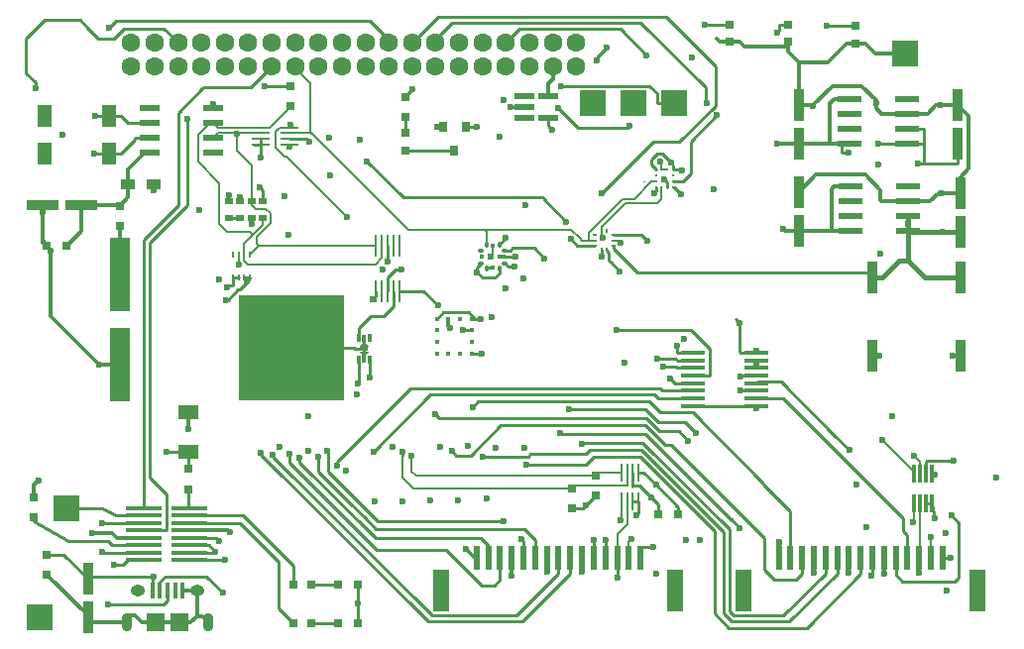
<source format=gtl>
%TF.GenerationSoftware,KiCad,Pcbnew,4.0.2-stable*%
%TF.CreationDate,2016-08-10T14:12:24+09:00*%
%TF.ProjectId,Shimonso-IoT-Type-R,5368696D6F6E736F2D496F542D547970,rev?*%
%TF.FileFunction,Copper,L1,Top,Signal*%
%FSLAX46Y46*%
G04 Gerber Fmt 4.6, Leading zero omitted, Abs format (unit mm)*
G04 Created by KiCad (PCBNEW 4.0.2-stable) date 2016年08月10日水曜日 14:12:24*
%MOMM*%
G01*
G04 APERTURE LIST*
%ADD10C,0.100000*%
%ADD11R,2.235200X2.235200*%
%ADD12R,0.797560X0.797560*%
%ADD13R,3.100000X0.304800*%
%ADD14R,1.500000X1.550000*%
%ADD15R,0.400000X1.350000*%
%ADD16O,0.890000X1.550000*%
%ADD17O,1.250000X0.950000*%
%ADD18R,0.400000X0.400000*%
%ADD19R,0.300000X0.650000*%
%ADD20R,0.300000X0.645000*%
%ADD21R,0.800000X0.410000*%
%ADD22R,0.300000X0.795000*%
%ADD23R,1.300000X1.900000*%
%ADD24R,0.720000X0.600000*%
%ADD25R,1.800000X0.560000*%
%ADD26R,0.330000X0.230000*%
%ADD27R,0.230000X0.330000*%
%ADD28O,0.550000X0.300000*%
%ADD29R,0.300000X0.450000*%
%ADD30O,0.300000X0.550000*%
%ADD31R,0.800000X0.300000*%
%ADD32R,0.450000X0.300000*%
%ADD33R,0.275000X0.250000*%
%ADD34R,0.250000X0.275000*%
%ADD35R,1.720000X0.500000*%
%ADD36R,0.340000X1.510000*%
%ADD37R,2.000000X0.300000*%
%ADD38R,2.100000X0.540000*%
%ADD39R,1.340000X3.600000*%
%ADD40R,0.610000X2.000000*%
%ADD41C,1.600000*%
%ADD42R,1.700000X1.200000*%
%ADD43R,0.800000X0.700000*%
%ADD44R,0.700000X0.800000*%
%ADD45R,0.800000X0.900000*%
%ADD46R,9.000000X9.000000*%
%ADD47R,2.700000X0.900000*%
%ADD48R,0.900000X2.700000*%
%ADD49R,1.700000X6.300000*%
%ADD50R,1.200000X0.900000*%
%ADD51R,1.510000X0.270000*%
%ADD52R,1.510000X0.260000*%
%ADD53R,0.250000X0.600000*%
%ADD54R,0.270000X1.510000*%
%ADD55R,0.260000X1.510000*%
%ADD56R,0.270000X1.900000*%
%ADD57C,0.600000*%
%ADD58C,0.200000*%
%ADD59C,0.150000*%
%ADD60C,0.250000*%
%ADD61C,0.350000*%
%ADD62C,0.400000*%
G04 APERTURE END LIST*
D10*
D11*
X106400000Y-104200000D03*
X102900000Y-104200000D03*
X99400000Y-104200000D03*
X126100000Y-99900000D03*
X52200000Y-148100000D03*
X54500000Y-138800000D03*
D12*
X75349300Y-148600000D03*
X73850700Y-148600000D03*
X75349300Y-145300000D03*
X73850700Y-145300000D03*
X121900000Y-97550700D03*
X121900000Y-99049300D03*
X116100000Y-97450700D03*
X116100000Y-98949300D03*
X111100000Y-97450700D03*
X111100000Y-98949300D03*
X83400000Y-106750700D03*
X83400000Y-108249300D03*
D13*
X61050000Y-138777500D03*
X64950000Y-138777500D03*
X64950000Y-139412500D03*
X61050000Y-139412500D03*
X61050000Y-140047500D03*
X64950000Y-140047500D03*
X64950000Y-143222500D03*
X61050000Y-143222500D03*
X61050000Y-142587500D03*
X64950000Y-142587500D03*
X64950000Y-141952500D03*
X61050000Y-141952500D03*
X61050000Y-140682500D03*
X64950000Y-140682500D03*
X64950000Y-141317500D03*
X61050000Y-141317500D03*
D14*
X64100000Y-148550000D03*
D15*
X64400000Y-145850000D03*
X63100000Y-145850000D03*
X63750000Y-145850000D03*
X62450000Y-145850000D03*
D16*
X66600000Y-148550000D03*
X59600000Y-148550000D03*
D17*
X65600000Y-145850000D03*
X60600000Y-145850000D03*
D15*
X61800000Y-145850000D03*
D14*
X62100000Y-148550000D03*
D18*
X89100000Y-123600000D03*
X89100000Y-124600000D03*
X86100000Y-123600000D03*
X86100000Y-124600000D03*
X88100000Y-122600000D03*
X87100000Y-122600000D03*
X86100000Y-122600000D03*
X89100000Y-122600000D03*
X89100000Y-125600000D03*
X86100000Y-125600000D03*
X87100000Y-125600000D03*
X88100000Y-125600000D03*
D19*
X79400000Y-126125000D03*
X80400000Y-126125000D03*
X79400000Y-124275000D03*
D10*
G36*
X80300000Y-125405000D02*
X80100000Y-125655000D01*
X79700000Y-125655000D01*
X79500000Y-125405000D01*
X80300000Y-125405000D01*
X80300000Y-125405000D01*
G37*
D20*
X79900000Y-125977500D03*
D21*
X79900000Y-125200000D03*
D22*
X79900000Y-124347500D03*
D10*
G36*
X79500000Y-124995000D02*
X79700000Y-124745000D01*
X80100000Y-124745000D01*
X80300000Y-124995000D01*
X79500000Y-124995000D01*
X79500000Y-124995000D01*
G37*
D19*
X80400000Y-124275000D03*
D23*
X52600000Y-105300000D03*
X52600000Y-108500000D03*
X58100000Y-108500000D03*
X58100000Y-105300000D03*
D24*
X69315000Y-114025000D03*
X70285000Y-114025000D03*
X71255000Y-114025000D03*
X68345000Y-114025000D03*
X68345000Y-112575000D03*
X71255000Y-112575000D03*
X70285000Y-112575000D03*
X69315000Y-112575000D03*
D25*
X61600000Y-104595000D03*
X61600000Y-105865000D03*
X61600000Y-107135000D03*
X61600000Y-108405000D03*
X67000000Y-108405000D03*
X67000000Y-107135000D03*
X67000000Y-105865000D03*
X67000000Y-104595000D03*
D26*
X99610000Y-115450000D03*
X99610000Y-115900000D03*
X99610000Y-116350000D03*
D27*
X100625000Y-115110000D03*
X100175000Y-115110000D03*
X100175000Y-116690000D03*
X100625000Y-116690000D03*
D26*
X101190000Y-116350000D03*
X101190000Y-115900000D03*
X101190000Y-115450000D03*
D28*
X91910000Y-116750000D03*
D29*
X90900000Y-118225000D03*
X90900000Y-116375000D03*
D30*
X90350000Y-118310000D03*
X91450000Y-118310000D03*
X90350000Y-116290000D03*
X91450000Y-116290000D03*
D28*
X89890000Y-116750000D03*
X89890000Y-117850000D03*
X91910000Y-117850000D03*
D31*
X91650000Y-117300000D03*
D32*
X89975000Y-117300000D03*
D33*
X104800000Y-110887500D03*
X104800000Y-110387500D03*
D34*
X104800000Y-109875000D03*
X105300000Y-109875000D03*
X105800000Y-109875000D03*
X106300000Y-109875000D03*
D33*
X106300000Y-110387500D03*
X106300000Y-110887500D03*
D34*
X106300000Y-111400000D03*
X105800000Y-111400000D03*
X105300000Y-111400000D03*
X104800000Y-111400000D03*
D35*
X95600000Y-103550000D03*
X95600000Y-105450000D03*
X93600000Y-105450000D03*
X93600000Y-104500000D03*
X93600000Y-103550000D03*
D36*
X126840000Y-138365000D03*
X127340000Y-138365000D03*
X128340000Y-138365000D03*
X127840000Y-138365000D03*
X127840000Y-135875000D03*
X128340000Y-135875000D03*
X127340000Y-135875000D03*
X126840000Y-135875000D03*
D37*
X113400000Y-128100000D03*
X108000000Y-128100000D03*
X108000000Y-128750000D03*
X113400000Y-128750000D03*
X113400000Y-130050000D03*
X108000000Y-130050000D03*
X108000000Y-129400000D03*
X113400000Y-129400000D03*
X113400000Y-126800000D03*
X108000000Y-126800000D03*
X108000000Y-127450000D03*
X113400000Y-127450000D03*
X113400000Y-126150000D03*
X108000000Y-126150000D03*
X108000000Y-125500000D03*
X113400000Y-125500000D03*
D38*
X121450000Y-115105000D03*
X121450000Y-113835000D03*
X121450000Y-111295000D03*
X121450000Y-112565000D03*
X126350000Y-112565000D03*
X126350000Y-111295000D03*
X126350000Y-113835000D03*
X126350000Y-115105000D03*
D39*
X86510000Y-145800000D03*
D40*
X89500000Y-143000000D03*
X91500000Y-143000000D03*
X90500000Y-143000000D03*
X94500000Y-143000000D03*
X95500000Y-143000000D03*
X93500000Y-143000000D03*
X92500000Y-143000000D03*
X100500000Y-143000000D03*
X101500000Y-143000000D03*
X103500000Y-143000000D03*
X102500000Y-143000000D03*
X98500000Y-143000000D03*
X99500000Y-143000000D03*
X97500000Y-143000000D03*
X96500000Y-143000000D03*
D39*
X106490000Y-145800000D03*
X112310000Y-145800000D03*
D40*
X115300000Y-143000000D03*
X117300000Y-143000000D03*
X116300000Y-143000000D03*
X120300000Y-143000000D03*
X121300000Y-143000000D03*
X119300000Y-143000000D03*
X118300000Y-143000000D03*
X126300000Y-143000000D03*
X127300000Y-143000000D03*
X129300000Y-143000000D03*
X128300000Y-143000000D03*
X124300000Y-143000000D03*
X125300000Y-143000000D03*
X123300000Y-143000000D03*
X122300000Y-143000000D03*
D39*
X132290000Y-145800000D03*
D41*
X60000000Y-101000000D03*
X60000000Y-99000000D03*
X62000000Y-101000000D03*
X62000000Y-99000000D03*
X64000000Y-101000000D03*
X64000000Y-99000000D03*
X66000000Y-101000000D03*
X66000000Y-99000000D03*
X68000000Y-101000000D03*
X68000000Y-99000000D03*
X70000000Y-101000000D03*
X70000000Y-99000000D03*
X72000000Y-101000000D03*
X72000000Y-99000000D03*
X74000000Y-101000000D03*
X74000000Y-99000000D03*
X76000000Y-101000000D03*
X76000000Y-99000000D03*
X78000000Y-101000000D03*
X78000000Y-99000000D03*
X80000000Y-101000000D03*
X80000000Y-99000000D03*
X82000000Y-101000000D03*
X82000000Y-99000000D03*
X84000000Y-101000000D03*
X84000000Y-99000000D03*
X86000000Y-101000000D03*
X86000000Y-99000000D03*
X88000000Y-101000000D03*
X88000000Y-99000000D03*
X90000000Y-101000000D03*
X90000000Y-99000000D03*
X92000000Y-101000000D03*
X92000000Y-99000000D03*
X94000000Y-101000000D03*
X94000000Y-99000000D03*
X96000000Y-101000000D03*
X96000000Y-99000000D03*
X98000000Y-101000000D03*
X98000000Y-99000000D03*
D38*
X121350000Y-107605000D03*
X121350000Y-106335000D03*
X121350000Y-103795000D03*
X121350000Y-105065000D03*
X126250000Y-105065000D03*
X126250000Y-103795000D03*
X126250000Y-106335000D03*
X126250000Y-107605000D03*
D42*
X64900000Y-130600000D03*
X64900000Y-134000000D03*
D43*
X59000000Y-114650000D03*
X59000000Y-112950000D03*
X73600000Y-102750000D03*
X73600000Y-104450000D03*
D44*
X79350000Y-148600000D03*
X77650000Y-148600000D03*
X79350000Y-145300000D03*
X77650000Y-145300000D03*
D43*
X99670000Y-137710000D03*
X99670000Y-136010000D03*
X97620000Y-138820000D03*
X97620000Y-137120000D03*
X83400000Y-103650000D03*
X83400000Y-105350000D03*
D45*
X86650000Y-106200000D03*
X88550000Y-106200000D03*
X87600000Y-108200000D03*
D46*
X73700000Y-125100000D03*
D47*
X55750000Y-112900000D03*
X52450000Y-112900000D03*
D48*
X130800000Y-119068800D03*
X130800000Y-125721600D03*
X123300000Y-119068800D03*
X123300000Y-125721600D03*
X130800000Y-115150000D03*
X130800000Y-111850000D03*
X130600000Y-107650000D03*
X130600000Y-104350000D03*
X117000000Y-107650000D03*
X117000000Y-104350000D03*
X117000000Y-115050000D03*
X117000000Y-111750000D03*
X56300000Y-144850000D03*
X56300000Y-148150000D03*
D44*
X54450000Y-116400000D03*
X52750000Y-116400000D03*
X105000000Y-139310000D03*
X106700000Y-139310000D03*
D43*
X52800000Y-142750000D03*
X52800000Y-144450000D03*
D49*
X59000000Y-126550000D03*
X59000000Y-118850000D03*
D43*
X51700000Y-137850000D03*
X51700000Y-139550000D03*
X64900000Y-135450000D03*
X64900000Y-137150000D03*
D50*
X59725000Y-111100000D03*
X61875000Y-111100000D03*
D51*
X71055000Y-106250000D03*
X71055000Y-106750000D03*
X71055000Y-107750000D03*
X71055000Y-107250000D03*
X73545000Y-107250000D03*
X73545000Y-107750000D03*
X73545000Y-106750000D03*
D52*
X73545000Y-106250000D03*
D53*
X68650000Y-117100000D03*
X69158000Y-117100000D03*
X70150000Y-117100000D03*
X69650000Y-117100000D03*
X69650000Y-119100000D03*
X70150000Y-119100000D03*
X69158000Y-119100000D03*
X68650000Y-119100000D03*
D54*
X101850000Y-138245000D03*
X102350000Y-138245000D03*
X103350000Y-138245000D03*
X102850000Y-138245000D03*
X102850000Y-135755000D03*
X103350000Y-135755000D03*
X102350000Y-135755000D03*
D55*
X101850000Y-135755000D03*
D56*
X81900000Y-116350000D03*
X82400000Y-116350000D03*
X80900000Y-116350000D03*
X81400000Y-116350000D03*
X82900000Y-116350000D03*
X82900000Y-120250000D03*
X81400000Y-120250000D03*
X80900000Y-120250000D03*
X82400000Y-120250000D03*
X81900000Y-120250000D03*
D57*
X109728000Y-111506000D03*
X133858000Y-136144000D03*
X66990000Y-104240000D03*
X105140000Y-109170000D03*
X101820000Y-116110000D03*
X100200000Y-117260000D03*
X128670000Y-135900000D03*
X106940000Y-111940000D03*
X104630000Y-111890000D03*
X95310000Y-117440000D03*
X89530000Y-118620000D03*
X73530000Y-107910000D03*
X69300000Y-112200000D03*
X68070000Y-120980000D03*
X80400000Y-127600000D03*
X83110000Y-118390000D03*
X79560000Y-107270000D03*
X130140000Y-125790000D03*
X123860000Y-125730000D03*
X123970000Y-117000000D03*
X123825300Y-109400000D03*
X86140000Y-106200000D03*
X91470000Y-107030000D03*
X91790000Y-103900000D03*
X92380000Y-104490000D03*
X121960000Y-136790000D03*
X113410000Y-130260000D03*
X113400000Y-126470000D03*
X104800000Y-136780000D03*
X107350000Y-141474700D03*
X93600000Y-133600000D03*
X91100000Y-133600000D03*
X69900000Y-119400000D03*
X53100000Y-116750000D03*
X52450000Y-113500000D03*
X57250000Y-126550000D03*
X54150000Y-106900000D03*
X90350000Y-137990000D03*
X87950000Y-138110000D03*
X85550000Y-138120000D03*
X83150000Y-138180000D03*
X80780000Y-138180000D03*
X75150000Y-133880000D03*
X88740000Y-133480000D03*
X86360000Y-133530000D03*
X82360000Y-133520000D03*
X78370000Y-135550000D03*
X75150000Y-130900000D03*
X72710000Y-133590000D03*
X98500000Y-144240000D03*
X95500000Y-144230000D03*
X124300000Y-144420000D03*
X121300000Y-144290000D03*
X118280000Y-144330000D03*
X115310000Y-141720000D03*
X115310000Y-141710000D03*
X92510000Y-144580000D03*
X88590000Y-142260000D03*
X123600000Y-104200000D03*
X129200000Y-111850000D03*
X129100000Y-104350000D03*
X118200000Y-104400000D03*
X64900000Y-132000000D03*
X56700000Y-140900000D03*
X52100000Y-136400000D03*
X68400000Y-140800000D03*
X87197000Y-123383800D03*
X61900000Y-144600000D03*
X67500000Y-141600000D03*
X79320000Y-128110000D03*
X68350000Y-112060000D03*
X81920000Y-117690000D03*
X80620000Y-120960000D03*
X90780000Y-122470000D03*
X81470000Y-118380000D03*
X79300000Y-129090000D03*
X70999200Y-111372600D03*
X73110000Y-112120000D03*
X67526400Y-119250000D03*
X65850000Y-113320000D03*
X61950000Y-111650000D03*
X129550000Y-140880000D03*
X129610000Y-145850000D03*
X129990000Y-143030000D03*
X113410000Y-125320000D03*
X108575300Y-141530000D03*
X104860000Y-144390000D03*
X79350000Y-146900000D03*
X127190800Y-109375300D03*
X123804800Y-107605000D03*
X89874900Y-122600000D03*
X104552500Y-142120900D03*
X122750000Y-140399800D03*
X68220200Y-119943800D03*
X111939300Y-122944700D03*
X71376300Y-102750000D03*
X84000000Y-103000000D03*
X107900000Y-100300000D03*
X115700000Y-114900000D03*
X115200000Y-107600000D03*
X121291300Y-108437500D03*
X106080000Y-109210000D03*
X105530000Y-110660000D03*
X107080000Y-109940000D03*
X101700000Y-118550000D03*
X130210000Y-134740000D03*
X75240000Y-107510000D03*
X93700000Y-112890000D03*
X92000000Y-120000000D03*
X93470000Y-119170000D03*
X73460000Y-115470000D03*
X76890000Y-107150000D03*
X77020000Y-110390000D03*
X104390000Y-137840000D03*
X102150000Y-126370000D03*
X107210000Y-124280000D03*
X126350000Y-114500000D03*
X125010000Y-130912600D03*
X98845000Y-138535000D03*
X57547500Y-140047500D03*
X129310200Y-115150000D03*
X92733800Y-118163300D03*
X106624700Y-124924100D03*
X128650000Y-139673700D03*
X104050000Y-115920000D03*
X58000000Y-147000000D03*
X67800000Y-146000000D03*
X83970000Y-134290000D03*
X126840000Y-134290000D03*
X108220000Y-132340000D03*
X97371600Y-130332200D03*
X124130000Y-132940000D03*
X107580000Y-133060000D03*
X85921500Y-130773100D03*
X90050000Y-134380000D03*
X89147600Y-130129700D03*
X87389500Y-133928100D03*
X111940000Y-140450000D03*
X96600000Y-132400000D03*
X123241800Y-144561100D03*
X93780000Y-135070000D03*
X98500000Y-133300000D03*
X77620000Y-135120000D03*
X83200000Y-134000000D03*
X74370000Y-134460000D03*
X80670000Y-133940000D03*
X76730000Y-133900000D03*
X91800000Y-139860000D03*
X93330000Y-141400000D03*
X75970000Y-134390000D03*
X73530000Y-134130000D03*
X72050000Y-134200000D03*
X71079800Y-134088900D03*
X51800000Y-102900000D03*
X63000000Y-134000000D03*
X64800000Y-105500000D03*
X100280000Y-115720000D03*
X90730000Y-117290000D03*
X78460000Y-113910000D03*
X73600000Y-106000000D03*
X70300000Y-114500000D03*
X97160000Y-114320000D03*
X80160000Y-109180000D03*
X58120000Y-97760000D03*
X97530000Y-115800000D03*
X69200000Y-118000000D03*
X100200000Y-111900000D03*
X92000000Y-115700000D03*
X110030000Y-105180000D03*
X109140000Y-104160000D03*
X100623300Y-99430500D03*
X99782600Y-100499900D03*
X96470000Y-104630000D03*
X102520000Y-106140000D03*
X101455600Y-123575300D03*
X96701200Y-102707100D03*
X104020000Y-100080000D03*
X106059000Y-127732000D03*
X108983500Y-97450700D03*
X115184400Y-98165600D03*
X119416800Y-97550700D03*
X127310000Y-144260000D03*
X128280000Y-141280000D03*
X126780000Y-140010000D03*
X121350000Y-133810000D03*
X130030000Y-139420000D03*
X112000000Y-128750000D03*
X100500000Y-141500000D03*
X101500000Y-144750000D03*
X101800000Y-139800000D03*
X102700000Y-141400000D03*
X112000000Y-127500000D03*
X99500000Y-141500000D03*
X89515200Y-106200000D03*
X69000000Y-106800000D03*
X105459400Y-126717600D03*
X95930000Y-106440000D03*
X103170000Y-139350000D03*
X71055000Y-108812000D03*
X92845700Y-117300000D03*
X56900000Y-105300000D03*
X56800000Y-108500000D03*
X89973100Y-125600000D03*
X68000000Y-143200000D03*
X58500000Y-143600000D03*
X104924200Y-126025800D03*
X57500000Y-142500000D03*
X88360000Y-123570000D03*
X86210000Y-121480000D03*
X67200000Y-142500000D03*
D58*
X103812500Y-110887500D02*
X103800000Y-110900000D01*
D59*
X67000000Y-104595000D02*
X67000000Y-104250000D01*
X67000000Y-104250000D02*
X66990000Y-104240000D01*
X105300000Y-109875000D02*
X105300000Y-109330000D01*
X105300000Y-109330000D02*
X105140000Y-109170000D01*
X105800000Y-109875000D02*
X105300000Y-109875000D01*
X101190000Y-115900000D02*
X101610000Y-115900000D01*
X101610000Y-115900000D02*
X101820000Y-116110000D01*
D60*
X100175000Y-116690000D02*
X100175000Y-117235000D01*
X100175000Y-117235000D02*
X100200000Y-117260000D01*
X108000000Y-130050000D02*
X113400000Y-130050000D01*
X128340000Y-135875000D02*
X128645000Y-135875000D01*
X128645000Y-135875000D02*
X128670000Y-135900000D01*
X104800000Y-111400000D02*
X104800000Y-111720000D01*
X106940000Y-111940000D02*
X106400000Y-111400000D01*
X104800000Y-111720000D02*
X104630000Y-111890000D01*
X106400000Y-111400000D02*
X106300000Y-111400000D01*
X91910000Y-116750000D02*
X92380000Y-116750000D01*
X94410000Y-116540000D02*
X95310000Y-117440000D01*
X92590000Y-116540000D02*
X94410000Y-116540000D01*
X92380000Y-116750000D02*
X92590000Y-116540000D01*
X73545000Y-107750000D02*
X73545000Y-107895000D01*
X73545000Y-107895000D02*
X73530000Y-107910000D01*
D61*
X69315000Y-112215000D02*
X69300000Y-112200000D01*
X69315000Y-112215000D02*
X69315000Y-112575000D01*
D60*
X69900000Y-119400000D02*
X69900000Y-119490000D01*
X68230000Y-120980000D02*
X68070000Y-120980000D01*
X69100000Y-120110000D02*
X68230000Y-120980000D01*
X69280000Y-120110000D02*
X69100000Y-120110000D01*
X69900000Y-119490000D02*
X69280000Y-120110000D01*
X80400000Y-126125000D02*
X80400000Y-127600000D01*
X81900000Y-120250000D02*
X81900000Y-119080000D01*
X82590000Y-118390000D02*
X83110000Y-118390000D01*
X81900000Y-119080000D02*
X82590000Y-118390000D01*
X91450000Y-118310000D02*
X91450000Y-118730000D01*
X89530000Y-118210000D02*
X89890000Y-117850000D01*
X89530000Y-118620000D02*
X89530000Y-118210000D01*
X90020000Y-119110000D02*
X89530000Y-118620000D01*
X91070000Y-119110000D02*
X90020000Y-119110000D01*
X91450000Y-118730000D02*
X91070000Y-119110000D01*
X130800000Y-125721600D02*
X130208400Y-125721600D01*
X130208400Y-125721600D02*
X130140000Y-125790000D01*
X123300000Y-125721600D02*
X123851600Y-125721600D01*
X123851600Y-125721600D02*
X123860000Y-125730000D01*
X86650000Y-106200000D02*
X86140000Y-106200000D01*
X93600000Y-104500000D02*
X92390000Y-104500000D01*
X92390000Y-104500000D02*
X92380000Y-104490000D01*
X113400000Y-130050000D02*
X113400000Y-130250000D01*
X113400000Y-130250000D02*
X113410000Y-130260000D01*
X113400000Y-126800000D02*
X113400000Y-126470000D01*
X113400000Y-126470000D02*
X113400000Y-126150000D01*
X106700000Y-139310000D02*
X106700000Y-138680000D01*
X103775000Y-135755000D02*
X104800000Y-136780000D01*
X103775000Y-135755000D02*
X103350000Y-135755000D01*
X106700000Y-138680000D02*
X104800000Y-136780000D01*
X69650000Y-119100000D02*
X69650000Y-119150000D01*
X69650000Y-119150000D02*
X69900000Y-119400000D01*
X69900000Y-119400000D02*
X70150000Y-119150000D01*
X70150000Y-119100000D02*
X70150000Y-119150000D01*
X69650000Y-119100000D02*
X70150000Y-119100000D01*
D61*
X52750000Y-116400000D02*
X53100000Y-116750000D01*
X52500000Y-115900000D02*
X52450000Y-115900000D01*
X52500000Y-115900000D02*
X52450000Y-115900000D01*
X53100000Y-116750000D02*
X53100000Y-122400000D01*
X53100000Y-122400000D02*
X57250000Y-126550000D01*
X52450000Y-112900000D02*
X52450000Y-113500000D01*
X52450000Y-113500000D02*
X52450000Y-115900000D01*
X52450000Y-115900000D02*
X52450000Y-116100000D01*
X52450000Y-116100000D02*
X52750000Y-116400000D01*
X52450000Y-116100000D02*
X52750000Y-116400000D01*
X59000000Y-126550000D02*
X57250000Y-126550000D01*
X98500000Y-143000000D02*
X98500000Y-144240000D01*
X95500000Y-143000000D02*
X95500000Y-144230000D01*
X124300000Y-143000000D02*
X124300000Y-144420000D01*
X121300000Y-143000000D02*
X121300000Y-144290000D01*
X118300000Y-143000000D02*
X118300000Y-144310000D01*
X118300000Y-144310000D02*
X118280000Y-144330000D01*
X115300000Y-143000000D02*
X115300000Y-141730000D01*
X115300000Y-141730000D02*
X115310000Y-141720000D01*
X115310000Y-141710000D02*
X115320000Y-141700000D01*
X115320000Y-141700000D02*
X115320000Y-141680000D01*
X115320000Y-141680000D02*
X115330000Y-141690000D01*
X115330000Y-141690000D02*
X115330000Y-141710000D01*
X92500000Y-143000000D02*
X92500000Y-144570000D01*
X92500000Y-144570000D02*
X92510000Y-144580000D01*
X89500000Y-143000000D02*
X89330000Y-143000000D01*
X89330000Y-143000000D02*
X88590000Y-142260000D01*
X126350000Y-112565000D02*
X124065000Y-112565000D01*
X118450000Y-110300000D02*
X117000000Y-111750000D01*
X122700000Y-110300000D02*
X118450000Y-110300000D01*
X124000000Y-111600000D02*
X122700000Y-110300000D01*
X124000000Y-112500000D02*
X124000000Y-111600000D01*
X124065000Y-112565000D02*
X124000000Y-112500000D01*
X130800000Y-111850000D02*
X129200000Y-111850000D01*
X129200000Y-111850000D02*
X128950000Y-111850000D01*
X128235000Y-112565000D02*
X126350000Y-112565000D01*
X128950000Y-111850000D02*
X128235000Y-112565000D01*
X118250000Y-104350000D02*
X118200000Y-104350000D01*
X118200000Y-104350000D02*
X118200000Y-104400000D01*
X120000000Y-102700000D02*
X119900000Y-102700000D01*
X117000000Y-104350000D02*
X118250000Y-104350000D01*
X124065000Y-105065000D02*
X126250000Y-105065000D01*
X123600000Y-104600000D02*
X124065000Y-105065000D01*
X123600000Y-103900000D02*
X123600000Y-104200000D01*
X123600000Y-104200000D02*
X123600000Y-104600000D01*
X122400000Y-102700000D02*
X123600000Y-103900000D01*
X120000000Y-102700000D02*
X122400000Y-102700000D01*
X118250000Y-104350000D02*
X119900000Y-102700000D01*
X130600000Y-104350000D02*
X129100000Y-104350000D01*
X129100000Y-104350000D02*
X128750000Y-104350000D01*
X128035000Y-105065000D02*
X126250000Y-105065000D01*
X128750000Y-104350000D02*
X128035000Y-105065000D01*
X64900000Y-130600000D02*
X64900000Y-132000000D01*
X58817500Y-141317500D02*
X58400000Y-140900000D01*
X56700000Y-140900000D02*
X58400000Y-140900000D01*
X58817500Y-141317500D02*
X61050000Y-141317500D01*
X51700000Y-137850000D02*
X51700000Y-136800000D01*
X51700000Y-136800000D02*
X52100000Y-136400000D01*
X64950000Y-140682500D02*
X68282500Y-140682500D01*
X68282500Y-140682500D02*
X68400000Y-140800000D01*
X56300000Y-147950000D02*
X52800000Y-144450000D01*
X65600000Y-145850000D02*
X64400000Y-145850000D01*
X59600000Y-148550000D02*
X56700000Y-148550000D01*
X65600000Y-148000000D02*
X66050000Y-148000000D01*
X66050000Y-148000000D02*
X66600000Y-148550000D01*
X65600000Y-145850000D02*
X65600000Y-148000000D01*
X65050000Y-148550000D02*
X64100000Y-148550000D01*
X65600000Y-148000000D02*
X65050000Y-148550000D01*
X123300000Y-125721600D02*
X123300000Y-126150000D01*
X116100000Y-98949300D02*
X116100000Y-99361300D01*
X116100000Y-99361300D02*
X116100000Y-99773400D01*
X111100000Y-98949300D02*
X111924100Y-98949300D01*
X121900000Y-99049300D02*
X121075900Y-99049300D01*
X119451800Y-100673400D02*
X117000000Y-100673400D01*
X121075900Y-99049300D02*
X119451800Y-100673400D01*
X116100000Y-99773400D02*
X117000000Y-100673400D01*
X117000000Y-100673400D02*
X117000000Y-104350000D01*
X121900000Y-99049300D02*
X122724100Y-99049300D01*
X121300000Y-143000000D02*
X121300000Y-142287300D01*
X123574800Y-99900000D02*
X122724100Y-99049300D01*
X126100000Y-99900000D02*
X123574800Y-99900000D01*
X59600000Y-148550000D02*
X59600000Y-147949800D01*
X62100000Y-148550000D02*
X60924700Y-148550000D01*
X62100000Y-148550000D02*
X64100000Y-148550000D01*
X112336100Y-99361300D02*
X116100000Y-99361300D01*
X111924100Y-98949300D02*
X112336100Y-99361300D01*
X60324500Y-147949800D02*
X60924700Y-148550000D01*
X59600000Y-147949800D02*
X60324500Y-147949800D01*
X130800000Y-111850000D02*
X130800000Y-110487300D01*
X131494500Y-105244500D02*
X130600000Y-104350000D01*
X131494500Y-109792800D02*
X131494500Y-105244500D01*
X130800000Y-110487300D02*
X131494500Y-109792800D01*
X111100000Y-98949300D02*
X110275900Y-98949300D01*
X87197000Y-123322300D02*
X87197000Y-123383800D01*
X87100000Y-123225300D02*
X87197000Y-123322300D01*
X87100000Y-122600000D02*
X87100000Y-123225300D01*
X98294800Y-98705200D02*
X98000000Y-99000000D01*
X110275900Y-98949300D02*
X110031800Y-98705200D01*
X56300000Y-148150000D02*
X56300000Y-147950000D01*
X56700000Y-148550000D02*
X56300000Y-148150000D01*
X56300000Y-148100000D02*
X56300000Y-148150000D01*
X59000000Y-114650000D02*
X59000000Y-118850000D01*
D60*
X61900000Y-144600000D02*
X56550000Y-144600000D01*
X56550000Y-144600000D02*
X56300000Y-144850000D01*
X61900000Y-144600000D02*
X61800000Y-144700000D01*
X54200000Y-142750000D02*
X56300000Y-144850000D01*
X56300000Y-144850000D02*
X56300000Y-143987300D01*
X61800000Y-144700000D02*
X61800000Y-145850000D01*
X64950000Y-141317500D02*
X67217500Y-141317500D01*
X67217500Y-141317500D02*
X67500000Y-141600000D01*
X52800000Y-142750000D02*
X54200000Y-142750000D01*
X61800000Y-145850000D02*
X61800000Y-145400000D01*
X69158000Y-119100000D02*
X68650000Y-119100000D01*
X79400000Y-126125000D02*
X79400000Y-128030000D01*
X79400000Y-128030000D02*
X79320000Y-128110000D01*
X68345000Y-112065000D02*
X68345000Y-112575000D01*
X68350000Y-112060000D02*
X68345000Y-112065000D01*
X81900000Y-116350000D02*
X81900000Y-117670000D01*
X81900000Y-117670000D02*
X81920000Y-117690000D01*
X80900000Y-120250000D02*
X80900000Y-120680000D01*
X80900000Y-120680000D02*
X80620000Y-120960000D01*
X71255000Y-111628400D02*
X71255000Y-112575000D01*
X71255000Y-111628400D02*
X70999200Y-111372600D01*
X61875000Y-111100000D02*
X61875000Y-111575000D01*
X61875000Y-111575000D02*
X61950000Y-111650000D01*
X129960000Y-143000000D02*
X129300000Y-143000000D01*
X129990000Y-143030000D02*
X129960000Y-143000000D01*
X113400000Y-125500000D02*
X113400000Y-125330000D01*
X113400000Y-125330000D02*
X113410000Y-125320000D01*
X130600000Y-107650000D02*
X130600000Y-109375300D01*
X126250000Y-106335000D02*
X127675300Y-106335000D01*
X127675300Y-107605000D02*
X127675300Y-106335000D01*
X130600000Y-109375300D02*
X127675300Y-109375300D01*
X127675300Y-109375300D02*
X127190800Y-109375300D01*
X127675300Y-109375300D02*
X127675300Y-107605000D01*
X126962700Y-107605000D02*
X127675300Y-107605000D01*
X126962700Y-107605000D02*
X126250000Y-107605000D01*
X126250000Y-107605000D02*
X123804800Y-107605000D01*
X79350000Y-145300000D02*
X79350000Y-146900000D01*
X79350000Y-146900000D02*
X79350000Y-148600000D01*
X68388700Y-119775300D02*
X68650000Y-119775300D01*
X68220200Y-119943800D02*
X68388700Y-119775300D01*
X103500000Y-143000000D02*
X103500000Y-142282800D01*
X89100000Y-122600000D02*
X89387700Y-122600000D01*
X89387700Y-122600000D02*
X89675300Y-122600000D01*
X68650000Y-119100000D02*
X68650000Y-119775300D01*
X113400000Y-125500000D02*
X112024700Y-125500000D01*
X89675300Y-122600000D02*
X89874900Y-122600000D01*
X112024700Y-125500000D02*
X111939300Y-125414600D01*
X111939300Y-125414600D02*
X111939300Y-122944700D01*
X111594600Y-122600000D02*
X111939300Y-122944700D01*
X73600000Y-102750000D02*
X71376300Y-102750000D01*
X103500000Y-142282800D02*
X103581000Y-142201800D01*
X103661900Y-142120900D02*
X104552500Y-142120900D01*
X103581000Y-142201800D02*
X103661900Y-142120900D01*
X86675400Y-122024600D02*
X86100000Y-122600000D01*
X88812300Y-122024600D02*
X86675400Y-122024600D01*
X89387700Y-122600000D02*
X88812300Y-122024600D01*
X84000000Y-103000000D02*
X83400000Y-103600000D01*
X83400000Y-103600000D02*
X83400000Y-103650000D01*
D61*
X121450000Y-111295000D02*
X120005000Y-111295000D01*
X119800000Y-111500000D02*
X119800000Y-115105000D01*
X120005000Y-111295000D02*
X119800000Y-111500000D01*
X121450000Y-115105000D02*
X119800000Y-115105000D01*
X119800000Y-115105000D02*
X117055000Y-115105000D01*
X117055000Y-115105000D02*
X117000000Y-115050000D01*
X121350000Y-103795000D02*
X120105000Y-103795000D01*
X119700000Y-104200000D02*
X119700000Y-107650000D01*
X120105000Y-103795000D02*
X119700000Y-104200000D01*
X117000000Y-107650000D02*
X119700000Y-107650000D01*
X119700000Y-107650000D02*
X121305000Y-107650000D01*
X121305000Y-107650000D02*
X121350000Y-107605000D01*
X115850000Y-115050000D02*
X117000000Y-115050000D01*
X115700000Y-114900000D02*
X115850000Y-115050000D01*
X115250000Y-107650000D02*
X117000000Y-107650000D01*
X115200000Y-107600000D02*
X115250000Y-107650000D01*
X96000000Y-101000000D02*
X96000000Y-102100000D01*
X95600000Y-102500000D02*
X95600000Y-103550000D01*
X96000000Y-102100000D02*
X95600000Y-102500000D01*
D60*
X121350000Y-107605000D02*
X120637400Y-107605000D01*
X117000000Y-114444800D02*
X117000000Y-115050000D01*
X120637400Y-107605000D02*
X120637400Y-108437500D01*
X120637400Y-108437500D02*
X121291300Y-108437500D01*
X122851200Y-118620000D02*
X103220000Y-118620000D01*
X101190000Y-116590000D02*
X103220000Y-118620000D01*
X101190000Y-116590000D02*
X101190000Y-116350000D01*
X122851200Y-118620000D02*
X123300000Y-119068800D01*
X100625000Y-116690000D02*
X100625000Y-116795000D01*
X100625000Y-116795000D02*
X100790000Y-116960000D01*
X100790000Y-116960000D02*
X100790000Y-117640000D01*
X100790000Y-117640000D02*
X100990000Y-117840000D01*
X104800000Y-109875000D02*
X104800000Y-109830000D01*
X104800000Y-109830000D02*
X104380000Y-109410000D01*
X104380000Y-109410000D02*
X104380000Y-109030000D01*
X104380000Y-109030000D02*
X104930000Y-108480000D01*
X104930000Y-108480000D02*
X105350000Y-108480000D01*
X105350000Y-108480000D02*
X106080000Y-109210000D01*
X106190000Y-109320000D02*
X106190000Y-109400000D01*
X106080000Y-109210000D02*
X106190000Y-109320000D01*
X105800000Y-110930000D02*
X105800000Y-111400000D01*
X105530000Y-110660000D02*
X105800000Y-110930000D01*
X106300000Y-109875000D02*
X107015000Y-109875000D01*
X107015000Y-109875000D02*
X107080000Y-109940000D01*
X106300000Y-109875000D02*
X106300000Y-109510000D01*
X106300000Y-109510000D02*
X106190000Y-109400000D01*
X100990000Y-117840000D02*
X101700000Y-118550000D01*
X127840000Y-135875000D02*
X127840000Y-134860000D01*
X127960000Y-134740000D02*
X130210000Y-134740000D01*
X127840000Y-134860000D02*
X127960000Y-134740000D01*
X73545000Y-107250000D02*
X74980000Y-107250000D01*
X74980000Y-107250000D02*
X75240000Y-107510000D01*
D62*
X126350000Y-117650000D02*
X125600000Y-117650000D01*
X124181200Y-119068800D02*
X123300000Y-119068800D01*
X125600000Y-117650000D02*
X124181200Y-119068800D01*
X126350000Y-115105000D02*
X126350000Y-117650000D01*
X127768800Y-119068800D02*
X130800000Y-119068800D01*
X126350000Y-117650000D02*
X127768800Y-119068800D01*
X130800000Y-115150000D02*
X129310200Y-115150000D01*
X129310200Y-115150000D02*
X126395000Y-115150000D01*
X126395000Y-115150000D02*
X126350000Y-115105000D01*
X126350000Y-113835000D02*
X126350000Y-114500000D01*
X126350000Y-114500000D02*
X126350000Y-115105000D01*
D60*
X97620000Y-138820000D02*
X98560000Y-138820000D01*
X98560000Y-138820000D02*
X98845000Y-138535000D01*
X98845000Y-138535000D02*
X99670000Y-137710000D01*
X102850000Y-136890000D02*
X103440000Y-136890000D01*
X103440000Y-136890000D02*
X104390000Y-137840000D01*
X105000000Y-138450000D02*
X105000000Y-139310000D01*
X104390000Y-137840000D02*
X105000000Y-138450000D01*
X102850000Y-135755000D02*
X102850000Y-136890000D01*
X102850000Y-136890000D02*
X102840000Y-136900000D01*
X57547500Y-140047500D02*
X57500000Y-140000000D01*
X61050000Y-140047500D02*
X57547500Y-140047500D01*
X106624700Y-125500000D02*
X106624700Y-124924100D01*
X108000000Y-125500000D02*
X106624700Y-125500000D01*
X130800000Y-119931400D02*
X130800000Y-119068800D01*
X126350000Y-115105000D02*
X127062700Y-115105000D01*
X92223300Y-118163300D02*
X92733800Y-118163300D01*
X91910000Y-117850000D02*
X92223300Y-118163300D01*
X127840000Y-138365000D02*
X128340000Y-138365000D01*
X128650000Y-139673700D02*
X128340000Y-138365000D01*
X101190000Y-115450000D02*
X103580000Y-115450000D01*
X103580000Y-115450000D02*
X104050000Y-115920000D01*
D61*
X61600000Y-108405000D02*
X61195000Y-108405000D01*
X61195000Y-108405000D02*
X59725000Y-109875000D01*
X59725000Y-109875000D02*
X59725000Y-111100000D01*
X55750000Y-112900000D02*
X55750000Y-115100000D01*
X55750000Y-115100000D02*
X54450000Y-116400000D01*
X55750000Y-112900000D02*
X58950000Y-112900000D01*
X58950000Y-112900000D02*
X59000000Y-112950000D01*
X59725000Y-111100000D02*
X59725000Y-112225000D01*
X59725000Y-112225000D02*
X59000000Y-112950000D01*
D60*
X55750000Y-115100000D02*
X54450000Y-116400000D01*
X61600000Y-108405000D02*
X61095000Y-108405000D01*
X58950000Y-112900000D02*
X59000000Y-112950000D01*
X55800000Y-112950000D02*
X55750000Y-112900000D01*
X63100000Y-145850000D02*
X63100000Y-146700000D01*
X59000000Y-147000000D02*
X58000000Y-147000000D01*
X62800000Y-147000000D02*
X59000000Y-147000000D01*
X63100000Y-146700000D02*
X62800000Y-147000000D01*
X62450000Y-145850000D02*
X62450000Y-145050000D01*
X66400000Y-144600000D02*
X67800000Y-146000000D01*
X62900000Y-144600000D02*
X66400000Y-144600000D01*
X62450000Y-145050000D02*
X62900000Y-144600000D01*
D58*
X99670000Y-136010000D02*
X84350000Y-136010000D01*
X83970000Y-135630000D02*
X83970000Y-134290000D01*
X84350000Y-136010000D02*
X83970000Y-135630000D01*
X101850000Y-135755000D02*
X99925000Y-135755000D01*
X99925000Y-135755000D02*
X99670000Y-136010000D01*
X127340000Y-135875000D02*
X127340000Y-134790000D01*
X127340000Y-134790000D02*
X126840000Y-134290000D01*
D60*
X105046655Y-131429745D02*
X105046655Y-131429255D01*
X107309745Y-131429745D02*
X105046655Y-131429745D01*
X108220000Y-132340000D02*
X107309745Y-131429745D01*
X97371600Y-130332200D02*
X103949600Y-130332200D01*
X103949600Y-130332200D02*
X105046655Y-131429255D01*
X105046655Y-131429255D02*
X105046900Y-131429500D01*
D58*
X126840000Y-135875000D02*
X126840000Y-135650000D01*
X126840000Y-135650000D02*
X124130000Y-132940000D01*
D60*
X105136555Y-132227245D02*
X105136555Y-132226755D01*
X106747245Y-132227245D02*
X105136555Y-132227245D01*
X107580000Y-133060000D02*
X106747245Y-132227245D01*
X86259700Y-131111300D02*
X104021100Y-131111300D01*
X85921500Y-130773100D02*
X86259700Y-131111300D01*
X104021100Y-131111300D02*
X105136555Y-132226755D01*
X105136555Y-132226755D02*
X105136800Y-132227000D01*
X91180000Y-134360000D02*
X90070000Y-134360000D01*
X99190001Y-133839999D02*
X98860000Y-134170000D01*
X98860000Y-134170000D02*
X94110000Y-134170000D01*
X94110000Y-134170000D02*
X93920000Y-134360000D01*
X93920000Y-134360000D02*
X91180000Y-134360000D01*
X99639999Y-133839999D02*
X103550001Y-133839999D01*
X103576800Y-133813200D02*
X110582300Y-140818700D01*
X110582300Y-140818700D02*
X110582300Y-147789700D01*
X110582300Y-147789700D02*
X111268200Y-148475600D01*
X111268200Y-148475600D02*
X116199700Y-148475600D01*
X116199700Y-148475600D02*
X120300000Y-144375300D01*
X120300000Y-144375300D02*
X120300000Y-143000000D01*
X103550001Y-133839999D02*
X103576800Y-133813200D01*
X99639999Y-133839999D02*
X99190001Y-133839999D01*
X90070000Y-134360000D02*
X90050000Y-134380000D01*
X116300000Y-143000000D02*
X116300000Y-139020000D01*
X116300000Y-139020000D02*
X114018555Y-136738555D01*
X114018555Y-136738555D02*
X114018555Y-136678555D01*
X114018555Y-136678555D02*
X107959800Y-130619800D01*
X105194800Y-130619800D02*
X107959800Y-130619800D01*
X104225100Y-129650100D02*
X105194800Y-130619800D01*
X89627200Y-129650100D02*
X104225100Y-129650100D01*
X89147600Y-130129700D02*
X89627200Y-129650100D01*
X106099145Y-133389145D02*
X106119145Y-133389145D01*
X114040000Y-144030000D02*
X114885600Y-144875600D01*
X114040000Y-141310000D02*
X114040000Y-144030000D01*
X106119145Y-133389145D02*
X114040000Y-141310000D01*
X105590855Y-133389145D02*
X105590855Y-133388900D01*
X106099145Y-133389145D02*
X105590855Y-133389145D01*
X95200000Y-131712000D02*
X91588000Y-131712000D01*
X91588000Y-131712000D02*
X89020000Y-134280000D01*
X87741400Y-134280000D02*
X87389500Y-133928100D01*
X89020000Y-134280000D02*
X87741400Y-134280000D01*
X103914200Y-131712000D02*
X95200000Y-131712000D01*
X117300000Y-144375300D02*
X116799700Y-144875600D01*
X116799700Y-144875600D02*
X114885600Y-144875600D01*
X117300000Y-144375300D02*
X117300000Y-143000000D01*
X105590855Y-133388900D02*
X105591100Y-133388900D01*
X105591100Y-133388900D02*
X103914200Y-131712000D01*
X111242300Y-139747700D02*
X111242300Y-139806100D01*
X111242300Y-139752300D02*
X111242300Y-139747700D01*
X111940000Y-140450000D02*
X111242300Y-139752300D01*
X103947300Y-132452700D02*
X96652700Y-132452700D01*
X96652700Y-132452700D02*
X96600000Y-132400000D01*
X111242300Y-139806100D02*
X111300700Y-139806100D01*
X111300700Y-139806100D02*
X103947300Y-132452700D01*
X123300000Y-143000000D02*
X123300000Y-144502900D01*
X123300000Y-144502900D02*
X123241800Y-144561100D01*
X103473100Y-134417200D02*
X99482800Y-134417200D01*
X103473100Y-134417200D02*
X109832100Y-140776200D01*
X109832100Y-140776200D02*
X109832100Y-147805400D01*
X109832100Y-147805400D02*
X111031900Y-149005200D01*
X111031900Y-149005200D02*
X117670100Y-149005200D01*
X117670100Y-149005200D02*
X122300000Y-144375300D01*
X122300000Y-143000000D02*
X122300000Y-144375300D01*
X98830000Y-135070000D02*
X93780000Y-135070000D01*
X99482800Y-134417200D02*
X98830000Y-135070000D01*
X98596100Y-133203900D02*
X99223900Y-133203900D01*
X98500000Y-133300000D02*
X98596100Y-133203900D01*
X99376100Y-133203900D02*
X99223900Y-133203900D01*
X103686100Y-133203900D02*
X99376100Y-133203900D01*
X119300000Y-143000000D02*
X119300000Y-144375300D01*
X111082700Y-140600500D02*
X103686100Y-133203900D01*
X111082700Y-147582400D02*
X111082700Y-140600500D01*
X111475600Y-147975300D02*
X111082700Y-147582400D01*
X115700000Y-147975300D02*
X111475600Y-147975300D01*
X119300000Y-144375300D02*
X115700000Y-147975300D01*
X99376100Y-133203900D02*
X99370000Y-133210000D01*
X84810000Y-128580000D02*
X83870000Y-128580000D01*
X77620000Y-134830000D02*
X77620000Y-135120000D01*
X83870000Y-128580000D02*
X77620000Y-134830000D01*
X108000000Y-128750000D02*
X105350000Y-128750000D01*
X105180000Y-128580000D02*
X84810000Y-128580000D01*
X105350000Y-128750000D02*
X105180000Y-128580000D01*
D58*
X102350000Y-136830000D02*
X97910000Y-136830000D01*
X97910000Y-136830000D02*
X97620000Y-137120000D01*
X97620000Y-137120000D02*
X84140000Y-137120000D01*
X84140000Y-137120000D02*
X83200000Y-136180000D01*
X83200000Y-136180000D02*
X83200000Y-134000000D01*
X102350000Y-135755000D02*
X102350000Y-136830000D01*
X102350000Y-136830000D02*
X102350000Y-136840000D01*
D60*
X83200000Y-134000000D02*
X83200000Y-134330000D01*
X90500000Y-143000000D02*
X90500000Y-142050000D01*
X90500000Y-142050000D02*
X89830000Y-141380000D01*
X80870000Y-141380000D02*
X79920000Y-140430000D01*
X89830000Y-141380000D02*
X80870000Y-141380000D01*
X90510000Y-142990000D02*
X90500000Y-143000000D01*
X74832698Y-135380000D02*
X74870000Y-135380000D01*
X74870000Y-135380000D02*
X79920000Y-140430000D01*
X74370000Y-134460000D02*
X74370000Y-134917302D01*
X74370000Y-134917302D02*
X74832698Y-135380000D01*
X105030000Y-129400000D02*
X104710002Y-129080002D01*
X104710002Y-129080002D02*
X85529998Y-129080002D01*
X85529998Y-129080002D02*
X80670000Y-133940000D01*
X108000000Y-129400000D02*
X105030000Y-129400000D01*
X93500000Y-143000000D02*
X93500000Y-141570000D01*
X76775950Y-133945950D02*
X76775950Y-135654050D01*
X76730000Y-133900000D02*
X76775950Y-133945950D01*
X76775950Y-135654050D02*
X79935950Y-138814050D01*
X79954050Y-138814050D02*
X81020000Y-139880000D01*
X81020000Y-139880000D02*
X91540000Y-139880000D01*
X79935950Y-138814050D02*
X79954050Y-138814050D01*
X91780000Y-139880000D02*
X91540000Y-139880000D01*
X91800000Y-139860000D02*
X91780000Y-139880000D01*
X93500000Y-141570000D02*
X93330000Y-141400000D01*
X94500000Y-143000000D02*
X94500000Y-141470000D01*
X79920000Y-139600000D02*
X79910000Y-139600000D01*
X80910000Y-140590000D02*
X79920000Y-139600000D01*
X93620000Y-140590000D02*
X80910000Y-140590000D01*
X94500000Y-141470000D02*
X93620000Y-140590000D01*
X78800000Y-138490000D02*
X79910000Y-139600000D01*
X75950000Y-135640000D02*
X75950000Y-134410000D01*
X75950000Y-134410000D02*
X75970000Y-134390000D01*
X78800000Y-138490000D02*
X75950000Y-135640000D01*
X94370000Y-142870000D02*
X94500000Y-143000000D01*
X91500000Y-144390000D02*
X91500000Y-144910000D01*
X91040000Y-145370000D02*
X90550000Y-145370000D01*
X91500000Y-144910000D02*
X91040000Y-145370000D01*
X86890000Y-142350000D02*
X80970000Y-142350000D01*
X89910000Y-145370000D02*
X86890000Y-142350000D01*
X90550000Y-145370000D02*
X90510000Y-145370000D01*
X90510000Y-145370000D02*
X89910000Y-145370000D01*
X80960000Y-142370000D02*
X80960000Y-142340000D01*
X80960000Y-142360000D02*
X80960000Y-142370000D01*
X80970000Y-142350000D02*
X80960000Y-142360000D01*
X73530000Y-134130000D02*
X73530000Y-134910000D01*
X73530000Y-134910000D02*
X80960000Y-142340000D01*
X91500000Y-143000000D02*
X91500000Y-144390000D01*
X72050000Y-134200000D02*
X72050000Y-134353998D01*
X85671600Y-147975598D02*
X85671600Y-147975300D01*
X72050000Y-134353998D02*
X85671600Y-147975598D01*
X96500000Y-143000000D02*
X96500000Y-144375300D01*
X85671600Y-147975300D02*
X92900000Y-147975300D01*
X92900000Y-147975300D02*
X96500000Y-144375300D01*
X85671600Y-147975300D02*
X85671600Y-147975300D01*
X97500000Y-143000000D02*
X97500000Y-144375300D01*
X93399700Y-148475600D02*
X97500000Y-144375300D01*
X85363100Y-148475600D02*
X93399700Y-148475600D01*
X71079800Y-134192300D02*
X85363100Y-148475600D01*
X71079800Y-134088900D02*
X71079800Y-134192300D01*
X59360000Y-97800000D02*
X59350000Y-97800000D01*
X59350000Y-97800000D02*
X59010000Y-98140000D01*
X56330000Y-97800000D02*
X57160000Y-98630000D01*
X58520000Y-98630000D02*
X59010000Y-98140000D01*
X57160000Y-98630000D02*
X58520000Y-98630000D01*
X62800000Y-97800000D02*
X59360000Y-97800000D01*
X62800000Y-97800000D02*
X64000000Y-99000000D01*
X56330000Y-97800000D02*
X55630000Y-97100000D01*
X64900000Y-134000000D02*
X63000000Y-134000000D01*
X52600000Y-97100000D02*
X55630000Y-97100000D01*
X51000000Y-98700000D02*
X52600000Y-97100000D01*
X51000000Y-101600000D02*
X51000000Y-98700000D01*
X51800000Y-102400000D02*
X51000000Y-101600000D01*
X51800000Y-102900000D02*
X51800000Y-102400000D01*
X64900000Y-135450000D02*
X64900000Y-134000000D01*
X64900000Y-134000000D02*
X64600000Y-134000000D01*
X64800000Y-112900000D02*
X64800000Y-105500000D01*
X62975300Y-137600000D02*
X62975300Y-137575300D01*
X61600000Y-136200000D02*
X61600000Y-134400000D01*
X62975300Y-137575300D02*
X61600000Y-136200000D01*
X61600000Y-134400000D02*
X61600000Y-116100000D01*
X61050000Y-140682500D02*
X62975300Y-140682500D01*
X62975300Y-140682500D02*
X63000000Y-140657800D01*
X61600000Y-116100000D02*
X64800000Y-112900000D01*
X62975300Y-140682500D02*
X62975300Y-137600000D01*
X61050000Y-138777500D02*
X61050000Y-115850000D01*
X64000000Y-112900000D02*
X64000000Y-105000000D01*
X61050000Y-115850000D02*
X64000000Y-112900000D01*
X64000000Y-105000000D02*
X66100000Y-102900000D01*
X66100000Y-102900000D02*
X66200000Y-102800000D01*
X70200000Y-102800000D02*
X72000000Y-101000000D01*
X66200000Y-102800000D02*
X70200000Y-102800000D01*
D58*
X104800000Y-110887500D02*
X104437500Y-110887500D01*
X99080000Y-115220000D02*
X99080000Y-115900000D01*
X101950002Y-112349998D02*
X99080000Y-115220000D01*
X102975002Y-112349998D02*
X101950002Y-112349998D01*
X104437500Y-110887500D02*
X102975002Y-112349998D01*
X90350000Y-116290000D02*
X90350000Y-115000000D01*
X90300000Y-115100000D02*
X90300000Y-115000000D01*
X90300000Y-115050000D02*
X90300000Y-115100000D01*
X90350000Y-115000000D02*
X90300000Y-115050000D01*
X99610000Y-115900000D02*
X99080000Y-115900000D01*
X99080000Y-115900000D02*
X98500000Y-115900000D01*
X97600000Y-115000000D02*
X90300000Y-115000000D01*
X90300000Y-115000000D02*
X83700000Y-115000000D01*
X98500000Y-115900000D02*
X98300000Y-115700000D01*
X98300000Y-115700000D02*
X97600000Y-115000000D01*
X75400000Y-106700000D02*
X83700000Y-115000000D01*
X73545000Y-106750000D02*
X75450000Y-106750000D01*
X75400000Y-106800000D02*
X75400000Y-106700000D01*
X75450000Y-106750000D02*
X75400000Y-106800000D01*
X75300000Y-106600000D02*
X75400000Y-106700000D01*
X75300000Y-106300000D02*
X75300000Y-106600000D01*
X75300000Y-102499300D02*
X74000000Y-101199300D01*
X75300000Y-106300000D02*
X75300000Y-102499300D01*
X74000000Y-101199300D02*
X74000000Y-101000000D01*
D60*
X74000000Y-101199300D02*
X74000000Y-101000000D01*
D58*
X105300000Y-111400000D02*
X105300000Y-112360000D01*
X104910000Y-112750000D02*
X102180000Y-112750000D01*
X105300000Y-112360000D02*
X104910000Y-112750000D01*
X100175000Y-115110000D02*
X100175000Y-114755000D01*
X100175000Y-114755000D02*
X102180000Y-112750000D01*
X100175000Y-115615000D02*
X100175000Y-115110000D01*
X100280000Y-115720000D02*
X100175000Y-115615000D01*
X73545000Y-106250000D02*
X72700000Y-106250000D01*
X90900000Y-117120000D02*
X90900000Y-116375000D01*
X90730000Y-117290000D02*
X90900000Y-117120000D01*
X73250000Y-108700000D02*
X78460000Y-113910000D01*
X73110000Y-108700000D02*
X73250000Y-108700000D01*
X72350000Y-107940000D02*
X73110000Y-108700000D01*
X72350000Y-106600000D02*
X72350000Y-107940000D01*
X72700000Y-106250000D02*
X72350000Y-106600000D01*
X73545000Y-106250000D02*
X73545000Y-106055000D01*
X73545000Y-106055000D02*
X73600000Y-106000000D01*
D60*
X70285000Y-114025000D02*
X70285000Y-114485000D01*
X70285000Y-114485000D02*
X70300000Y-114500000D01*
X95170000Y-112330000D02*
X97160000Y-114320000D01*
X82000000Y-98770000D02*
X80400000Y-97170000D01*
X80400000Y-97170000D02*
X58710000Y-97170000D01*
X58710000Y-97170000D02*
X58120000Y-97760000D01*
X83220000Y-112240000D02*
X95170000Y-112240000D01*
X80160000Y-109180000D02*
X83220000Y-112240000D01*
X95170000Y-112240000D02*
X95170000Y-112330000D01*
X98080000Y-116350000D02*
X99610000Y-116350000D01*
X97530000Y-115800000D02*
X98080000Y-116350000D01*
X82000000Y-99000000D02*
X82000000Y-98770000D01*
D59*
X69158000Y-117958000D02*
X69200000Y-118000000D01*
X69158000Y-117958000D02*
X69158000Y-117100000D01*
D60*
X105700000Y-96800000D02*
X109900000Y-101000000D01*
X109900000Y-101900000D02*
X109900000Y-101000000D01*
X106800000Y-107500000D02*
X109900000Y-104400000D01*
X109900000Y-104400000D02*
X109900000Y-101900000D01*
X105700000Y-96800000D02*
X86200000Y-96800000D01*
X86200000Y-96800000D02*
X84000000Y-99000000D01*
X104600000Y-107500000D02*
X106800000Y-107500000D01*
X106800000Y-107500000D02*
X106900000Y-107500000D01*
X100200000Y-111900000D02*
X104600000Y-107500000D01*
X91450000Y-116290000D02*
X91450000Y-116250000D01*
X91450000Y-116250000D02*
X92000000Y-115700000D01*
X84000000Y-99000000D02*
X86049700Y-96950300D01*
X109080000Y-102850000D02*
X109080000Y-104100000D01*
X107780000Y-107430000D02*
X107780000Y-108780000D01*
X110030000Y-105180000D02*
X107780000Y-107430000D01*
X109080000Y-104100000D02*
X109140000Y-104160000D01*
X100420000Y-97290000D02*
X103520000Y-97290000D01*
X87440000Y-97290000D02*
X100420000Y-97290000D01*
X86000000Y-98730000D02*
X87440000Y-97290000D01*
X109080000Y-102850000D02*
X109110000Y-102850000D01*
X103520000Y-97290000D02*
X109080000Y-102850000D01*
X86000000Y-99000000D02*
X86000000Y-98730000D01*
X86000000Y-99000000D02*
X86080000Y-99000000D01*
X86000000Y-99000000D02*
X86000000Y-99300000D01*
X86000000Y-99000000D02*
X86000000Y-99090000D01*
X106300000Y-110887500D02*
X107092500Y-110887500D01*
X107092500Y-110887500D02*
X107780000Y-110200000D01*
X107780000Y-110200000D02*
X107780000Y-108780000D01*
X99782600Y-100271200D02*
X99782600Y-100499900D01*
X100623300Y-99430500D02*
X99782600Y-100271200D01*
X98160000Y-106280000D02*
X98120000Y-106280000D01*
X98120000Y-106280000D02*
X96470000Y-104630000D01*
X102380000Y-106280000D02*
X98160000Y-106280000D01*
X102520000Y-106140000D02*
X102380000Y-106280000D01*
X108000000Y-127450000D02*
X109375300Y-127450000D01*
X109375300Y-125147400D02*
X109375300Y-127450000D01*
X107803200Y-123575300D02*
X109375300Y-125147400D01*
X101455600Y-123575300D02*
X107803200Y-123575300D01*
X106400000Y-104200000D02*
X104907100Y-104200000D01*
X104254000Y-102707100D02*
X96701200Y-102707100D01*
X104907100Y-103360200D02*
X104254000Y-102707100D01*
X104907100Y-104200000D02*
X104907100Y-103360200D01*
X101130000Y-97830000D02*
X101770000Y-97830000D01*
X92000000Y-99000000D02*
X93170000Y-97830000D01*
X93170000Y-97830000D02*
X101130000Y-97830000D01*
X101770000Y-97830000D02*
X104020000Y-100080000D01*
X108000000Y-128100000D02*
X106427000Y-128100000D01*
X106427000Y-128100000D02*
X106059000Y-127732000D01*
X83400000Y-105350000D02*
X83400000Y-106750700D01*
X87600000Y-108200000D02*
X83449300Y-108200000D01*
X83449300Y-108200000D02*
X83400000Y-108249300D01*
X111100000Y-97450700D02*
X108983500Y-97450700D01*
X116100000Y-97450700D02*
X115325900Y-97450700D01*
X115325900Y-98024100D02*
X115184400Y-98165600D01*
X115325900Y-97450700D02*
X115325900Y-98024100D01*
X121900000Y-97550700D02*
X119416800Y-97550700D01*
X75349300Y-145300000D02*
X77650000Y-145300000D01*
X73850700Y-145300000D02*
X73850700Y-143750700D01*
X69512500Y-139412500D02*
X64950000Y-139412500D01*
X73850700Y-143750700D02*
X69512500Y-139412500D01*
X73850700Y-145300000D02*
X73950000Y-145250000D01*
X77650000Y-148600000D02*
X75349300Y-148600000D01*
X72600000Y-143400000D02*
X72600000Y-147349300D01*
X69247500Y-140047500D02*
X72600000Y-143400000D01*
X64950000Y-140047500D02*
X69247500Y-140047500D01*
X72600000Y-147349300D02*
X73850700Y-148600000D01*
X125924600Y-139615300D02*
X125924600Y-140724600D01*
X113400000Y-129400000D02*
X115709300Y-129400000D01*
X115709300Y-129400000D02*
X125924600Y-139615300D01*
X126300000Y-141100000D02*
X126300000Y-143000000D01*
X125924600Y-140724600D02*
X126300000Y-141100000D01*
D59*
X127340000Y-138365000D02*
X127340000Y-142960000D01*
X127340000Y-142960000D02*
X127300000Y-143000000D01*
X127300000Y-143000000D02*
X127300000Y-144250000D01*
X127300000Y-144250000D02*
X127310000Y-144260000D01*
X127280000Y-142980000D02*
X127300000Y-143000000D01*
X128300000Y-141300000D02*
X128300000Y-143000000D01*
X128280000Y-141280000D02*
X128300000Y-141300000D01*
X126840000Y-138365000D02*
X126840000Y-139950000D01*
X126840000Y-139950000D02*
X126780000Y-140010000D01*
D60*
X125870000Y-145070000D02*
X130330000Y-145070000D01*
X130330000Y-145070000D02*
X130682500Y-144717500D01*
X125300000Y-144375300D02*
X125300000Y-144500000D01*
X130682500Y-144717500D02*
X130682500Y-143607500D01*
X125300000Y-144500000D02*
X125870000Y-145070000D01*
X130682500Y-143150000D02*
X130682500Y-143607500D01*
X121350000Y-133810000D02*
X120121200Y-132581200D01*
X120121200Y-132581200D02*
X120098800Y-132581200D01*
X130682500Y-143150000D02*
X130682500Y-140072500D01*
X130682500Y-140072500D02*
X130030000Y-139420000D01*
X125300000Y-143000000D02*
X125300000Y-144375300D01*
X115510900Y-127993300D02*
X120098800Y-132581200D01*
X120098800Y-132581200D02*
X120108600Y-132591000D01*
X113506700Y-127993300D02*
X115510900Y-127993300D01*
X113400000Y-128100000D02*
X113506700Y-127993300D01*
X113400000Y-128750000D02*
X112000000Y-128750000D01*
X100500000Y-141500000D02*
X100500000Y-143000000D01*
D59*
X102350000Y-138245000D02*
X102350000Y-140150000D01*
X101500000Y-141000000D02*
X101500000Y-143000000D01*
X102350000Y-140150000D02*
X101500000Y-141000000D01*
D60*
X101500000Y-143000000D02*
X101500000Y-144750000D01*
X101500000Y-142437400D02*
X101500000Y-143000000D01*
D59*
X101850000Y-138245000D02*
X101850000Y-139750000D01*
X101850000Y-139750000D02*
X101800000Y-139800000D01*
X102700000Y-141400000D02*
X102500000Y-141600000D01*
X102500000Y-141600000D02*
X102500000Y-143000000D01*
D60*
X112050000Y-127450000D02*
X112000000Y-127500000D01*
X113400000Y-127450000D02*
X112050000Y-127450000D01*
X99500000Y-141500000D02*
X99500000Y-143000000D01*
X79900000Y-125200000D02*
X79900000Y-125977500D01*
X79900000Y-124347500D02*
X79900000Y-125200000D01*
X79900000Y-124870000D02*
X79900000Y-125200000D01*
X79900000Y-125200000D02*
X79900000Y-125530000D01*
X79024700Y-125100000D02*
X79124700Y-125200000D01*
X73700000Y-125100000D02*
X79024700Y-125100000D01*
X79900000Y-125200000D02*
X79124700Y-125200000D01*
X88550000Y-106200000D02*
X89515200Y-106200000D01*
D59*
X70900000Y-116350000D02*
X70850000Y-116350000D01*
X70285000Y-112885000D02*
X70285000Y-112575000D01*
X71900000Y-114400000D02*
X70700000Y-115600000D01*
X71900000Y-113600000D02*
X71900000Y-114400000D01*
X71500000Y-113200000D02*
X71900000Y-113600000D01*
X70600000Y-113200000D02*
X71500000Y-113200000D01*
X70285000Y-112885000D02*
X70600000Y-113200000D01*
X70700000Y-116200000D02*
X70700000Y-115600000D01*
X70850000Y-116350000D02*
X70700000Y-116200000D01*
X70150000Y-117100000D02*
X70900000Y-116350000D01*
X70900000Y-116350000D02*
X80900000Y-116350000D01*
X70285000Y-112575000D02*
X70285000Y-109485000D01*
X70285000Y-109485000D02*
X69000000Y-108200000D01*
X69000000Y-108200000D02*
X69000000Y-106800000D01*
X69000000Y-106800000D02*
X69000000Y-106750000D01*
X69000000Y-106750000D02*
X69000000Y-106800000D01*
X69000000Y-106800000D02*
X69000000Y-106750000D01*
X71055000Y-106750000D02*
X69000000Y-106750000D01*
X69000000Y-106750000D02*
X67385000Y-106750000D01*
X67385000Y-106750000D02*
X67000000Y-107135000D01*
X67800000Y-114800000D02*
X68200000Y-115200000D01*
X70100000Y-115200000D02*
X70350000Y-115450000D01*
X68200000Y-115200000D02*
X70100000Y-115200000D01*
X67000000Y-105865000D02*
X66735000Y-105865000D01*
X66735000Y-105865000D02*
X65700000Y-106900000D01*
X67500000Y-114500000D02*
X67800000Y-114800000D01*
X67500000Y-111000000D02*
X67500000Y-114500000D01*
X65700000Y-109200000D02*
X67500000Y-111000000D01*
X65700000Y-107700000D02*
X65700000Y-109200000D01*
X65700000Y-106900000D02*
X65700000Y-107700000D01*
X69650000Y-117100000D02*
X69650000Y-116150000D01*
X69650000Y-116150000D02*
X69700000Y-116100000D01*
X70350000Y-115450000D02*
X69700000Y-116100000D01*
X71255000Y-114545000D02*
X71000000Y-114800000D01*
X71000000Y-114800000D02*
X70350000Y-115450000D01*
X71255000Y-114545000D02*
X71255000Y-114025000D01*
X80850000Y-117950000D02*
X81400000Y-117400000D01*
X69950000Y-117950000D02*
X69650000Y-117650000D01*
X69650000Y-117100000D02*
X69650000Y-117650000D01*
X81400000Y-117400000D02*
X81400000Y-116350000D01*
X69950000Y-117950000D02*
X80850000Y-117950000D01*
X71055000Y-106250000D02*
X67385000Y-106250000D01*
X67385000Y-106250000D02*
X67000000Y-105865000D01*
X73600000Y-104450000D02*
X73600000Y-104500000D01*
X73600000Y-104500000D02*
X71850000Y-106250000D01*
X71850000Y-106250000D02*
X71055000Y-106250000D01*
D60*
X106542300Y-126717600D02*
X105459400Y-126717600D01*
X106624700Y-126800000D02*
X106542300Y-126717600D01*
X108000000Y-126800000D02*
X106624700Y-126800000D01*
X95600000Y-105450000D02*
X95600000Y-106110000D01*
X95600000Y-106110000D02*
X95930000Y-106440000D01*
X58700000Y-139400000D02*
X57492900Y-138800000D01*
X61050000Y-139412500D02*
X58700000Y-139400000D01*
X54500000Y-138800000D02*
X57492900Y-138800000D01*
X102850000Y-138245000D02*
X103350000Y-138245000D01*
X103350000Y-139170000D02*
X103350000Y-138245000D01*
X103170000Y-139350000D02*
X103350000Y-139170000D01*
X103350000Y-138810100D02*
X103350000Y-138745000D01*
X103350000Y-138245000D02*
X103350000Y-138745000D01*
X71055000Y-107250000D02*
X71055000Y-107750000D01*
X71055000Y-107750000D02*
X71055000Y-108812000D01*
X70489900Y-107750000D02*
X70555000Y-107750000D01*
X71055000Y-108812000D02*
X71044600Y-108812000D01*
X71055000Y-107750000D02*
X70555000Y-107750000D01*
X91650000Y-117300000D02*
X92845700Y-117300000D01*
X58100000Y-105300000D02*
X56900000Y-105300000D01*
X59690300Y-105865000D02*
X59125300Y-105300000D01*
X61600000Y-105865000D02*
X59690300Y-105865000D01*
X58612700Y-105300000D02*
X59125300Y-105300000D01*
X58612700Y-105300000D02*
X58100000Y-105300000D01*
X56800000Y-108500000D02*
X58100000Y-108500000D01*
X60324700Y-107300600D02*
X59125300Y-108500000D01*
X60324700Y-107135000D02*
X60324700Y-107300600D01*
X61600000Y-107135000D02*
X60324700Y-107135000D01*
X58612700Y-108500000D02*
X59125300Y-108500000D01*
X58612700Y-108500000D02*
X58100000Y-108500000D01*
X89100000Y-125600000D02*
X89973100Y-125600000D01*
X64950000Y-143222500D02*
X67977500Y-143222500D01*
X67977500Y-143222500D02*
X68000000Y-143200000D01*
X59300000Y-143600000D02*
X59677500Y-143222500D01*
X58500000Y-143600000D02*
X59300000Y-143600000D01*
X59677500Y-143222500D02*
X61050000Y-143222500D01*
X106500500Y-126025800D02*
X104924200Y-126025800D01*
X106624700Y-126150000D02*
X106500500Y-126025800D01*
X108000000Y-126150000D02*
X106624700Y-126150000D01*
X54600000Y-141600000D02*
X56100000Y-141600000D01*
X58352500Y-141952500D02*
X58000000Y-141600000D01*
X58000000Y-141600000D02*
X56100000Y-141600000D01*
X58352500Y-141952500D02*
X61050000Y-141952500D01*
X51700000Y-139550000D02*
X51700000Y-139900000D01*
X51700000Y-139900000D02*
X54600000Y-141600000D01*
X61050000Y-142587500D02*
X57587500Y-142587500D01*
X57587500Y-142587500D02*
X57500000Y-142500000D01*
X64900000Y-137150000D02*
X64900000Y-138727500D01*
X64900000Y-138727500D02*
X64950000Y-138777500D01*
X90900000Y-118225000D02*
X90435000Y-118225000D01*
X90435000Y-118225000D02*
X90350000Y-118310000D01*
X68345000Y-114025000D02*
X69315000Y-114025000D01*
X82900000Y-120250000D02*
X84980000Y-120250000D01*
X88390000Y-123600000D02*
X89100000Y-123600000D01*
X88360000Y-123570000D02*
X88390000Y-123600000D01*
X84980000Y-120250000D02*
X86210000Y-121480000D01*
X82400000Y-120250000D02*
X82400000Y-121550000D01*
X79400000Y-123430000D02*
X79400000Y-124275000D01*
X80460000Y-122370000D02*
X79400000Y-123430000D01*
X81580000Y-122370000D02*
X80460000Y-122370000D01*
X82400000Y-121550000D02*
X81580000Y-122370000D01*
X64950000Y-142587500D02*
X67112500Y-142587500D01*
X67112500Y-142587500D02*
X67200000Y-142500000D01*
X64950000Y-141952500D02*
X66652500Y-141952500D01*
X66652500Y-141952500D02*
X67200000Y-142500000D01*
X64950000Y-141952500D02*
X65912700Y-141952500D01*
X65912700Y-142587500D02*
X64950000Y-142587500D01*
M02*

</source>
